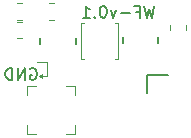
<source format=gbr>
G04 #@! TF.GenerationSoftware,KiCad,Pcbnew,(5.1.0)-1*
G04 #@! TF.CreationDate,2019-09-21T16:05:28-07:00*
G04 #@! TF.ProjectId,Miniscope-v4-wire-free,4d696e69-7363-46f7-9065-2d76342d7769,rev?*
G04 #@! TF.SameCoordinates,Original*
G04 #@! TF.FileFunction,Legend,Bot*
G04 #@! TF.FilePolarity,Positive*
%FSLAX46Y46*%
G04 Gerber Fmt 4.6, Leading zero omitted, Abs format (unit mm)*
G04 Created by KiCad (PCBNEW (5.1.0)-1) date 2019-09-21 16:05:28*
%MOMM*%
%LPD*%
G04 APERTURE LIST*
%ADD10C,0.150000*%
%ADD11C,0.120000*%
%ADD12C,0.100000*%
G04 APERTURE END LIST*
D10*
X114004419Y-86149380D02*
X113766323Y-87149380D01*
X113575847Y-86435095D01*
X113385371Y-87149380D01*
X113147276Y-86149380D01*
X112432990Y-86625571D02*
X112766323Y-86625571D01*
X112766323Y-87149380D02*
X112766323Y-86149380D01*
X112290133Y-86149380D01*
X111909180Y-86768428D02*
X111147276Y-86768428D01*
X110766323Y-86482714D02*
X110528228Y-87149380D01*
X110290133Y-86482714D01*
X109718704Y-86149380D02*
X109623466Y-86149380D01*
X109528228Y-86197000D01*
X109480609Y-86244619D01*
X109432990Y-86339857D01*
X109385371Y-86530333D01*
X109385371Y-86768428D01*
X109432990Y-86958904D01*
X109480609Y-87054142D01*
X109528228Y-87101761D01*
X109623466Y-87149380D01*
X109718704Y-87149380D01*
X109813942Y-87101761D01*
X109861561Y-87054142D01*
X109909180Y-86958904D01*
X109956800Y-86768428D01*
X109956800Y-86530333D01*
X109909180Y-86339857D01*
X109861561Y-86244619D01*
X109813942Y-86197000D01*
X109718704Y-86149380D01*
X108956800Y-87054142D02*
X108909180Y-87101761D01*
X108956800Y-87149380D01*
X109004419Y-87101761D01*
X108956800Y-87054142D01*
X108956800Y-87149380D01*
X107956800Y-87149380D02*
X108528228Y-87149380D01*
X108242514Y-87149380D02*
X108242514Y-86149380D01*
X108337752Y-86292238D01*
X108432990Y-86387476D01*
X108528228Y-86435095D01*
D11*
X104454400Y-91878600D02*
X104225800Y-92081800D01*
X104454400Y-92234200D02*
X104454400Y-91878600D01*
X104225800Y-92081800D02*
X104454400Y-92234200D01*
X104911600Y-92081800D02*
X104225800Y-92081800D01*
X104911600Y-90888000D02*
X104911600Y-92081800D01*
X104073400Y-90888000D02*
X104911600Y-90888000D01*
D10*
X103489104Y-91454800D02*
X103584342Y-91407180D01*
X103727200Y-91407180D01*
X103870057Y-91454800D01*
X103965295Y-91550038D01*
X104012914Y-91645276D01*
X104060533Y-91835752D01*
X104060533Y-91978609D01*
X104012914Y-92169085D01*
X103965295Y-92264323D01*
X103870057Y-92359561D01*
X103727200Y-92407180D01*
X103631961Y-92407180D01*
X103489104Y-92359561D01*
X103441485Y-92311942D01*
X103441485Y-91978609D01*
X103631961Y-91978609D01*
X103012914Y-92407180D02*
X103012914Y-91407180D01*
X102441485Y-92407180D01*
X102441485Y-91407180D01*
X101965295Y-92407180D02*
X101965295Y-91407180D01*
X101727200Y-91407180D01*
X101584342Y-91454800D01*
X101489104Y-91550038D01*
X101441485Y-91645276D01*
X101393866Y-91835752D01*
X101393866Y-91978609D01*
X101441485Y-92169085D01*
X101489104Y-92264323D01*
X101584342Y-92359561D01*
X101727200Y-92407180D01*
X101965295Y-92407180D01*
X113369800Y-92031000D02*
X115198600Y-92031000D01*
X113369800Y-93529600D02*
X113369800Y-92031000D01*
D12*
X107291800Y-97002000D02*
X106531800Y-97002000D01*
X107291800Y-96242000D02*
X107291800Y-97002000D01*
X107291800Y-92902000D02*
X106531800Y-92902000D01*
X107291800Y-93662000D02*
X107291800Y-92902000D01*
X103191800Y-92902000D02*
X103951800Y-92902000D01*
X103191800Y-93662000D02*
X103191800Y-92902000D01*
X103191800Y-97002000D02*
X103951800Y-97002000D01*
X103191800Y-96242000D02*
X103191800Y-97002000D01*
X107806600Y-90660000D02*
X108076600Y-90660000D01*
X107806600Y-87560000D02*
X107806600Y-90660000D01*
X108076600Y-87560000D02*
X107806600Y-87560000D01*
X110906600Y-90660000D02*
X110636600Y-90660000D01*
X110906600Y-87560000D02*
X110906600Y-90660000D01*
X110636600Y-87560000D02*
X110906600Y-87560000D01*
D10*
X104351400Y-88834600D02*
X104351400Y-89334600D01*
X107351400Y-89334600D02*
X107351400Y-88834600D01*
X111336400Y-88783800D02*
X111336400Y-89283800D01*
X114336400Y-89283800D02*
X114336400Y-88783800D01*
D12*
X102754400Y-87320800D02*
X102344400Y-87320800D01*
X102754400Y-85920800D02*
X102344400Y-85920800D01*
X105497600Y-87320800D02*
X105087600Y-87320800D01*
X105497600Y-85920800D02*
X105087600Y-85920800D01*
X115286000Y-88146600D02*
X115286000Y-87736600D01*
X116686000Y-88146600D02*
X116686000Y-87736600D01*
X102369800Y-87470200D02*
X102779800Y-87470200D01*
X102369800Y-88870200D02*
X102779800Y-88870200D01*
M02*

</source>
